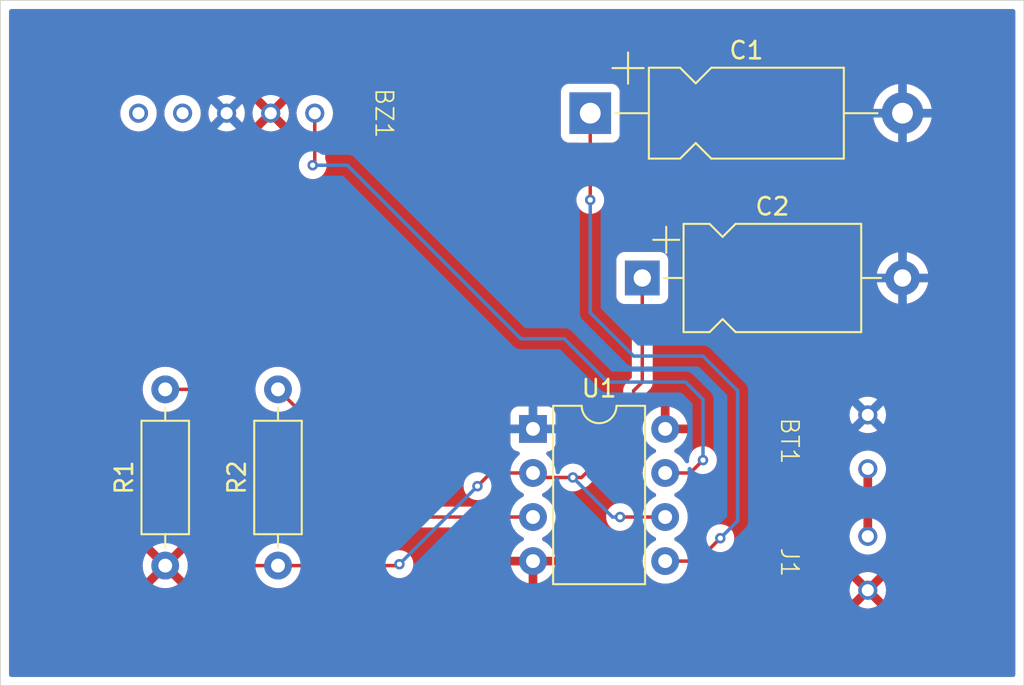
<source format=kicad_pcb>
(kicad_pcb (version 20240108) (generator "pcbnew") (generator_version "8.0")
  (layers (0 "F.Cu" signal) (31 "B.Cu" signal) (34 "B.Paste" user) (35 "F.Paste" user) (36 "B.SilkS" user "B.Silkscreen") (37 "F.SilkS" user "F.Silkscreen") (38 "B.Mask" user) (39 "F.Mask" user) (44 "Edge.Cuts" user))
  (net 0 "")
  (net 1 "Net-(U1-CV)")
  (net 2 "GND")
  (net 3 "Net-(U1-THR)")
  (net 4 "Net-(BZ1-5V)")
  (net 5 "Net-(U1-Q)")
  (net 6 "Net-(BZ1-Aux)")
  (net 7 "5V")
  (footprint "Package_DIP:DIP-8_W7.62mm" (layer "F.Cu") (at 141.2 90.7)
    (property "Reference" "U1" (at 3.81 -2.33 0) (layer "F.SilkS"))
    (property "Value" "NE555P")
    (fp_line (start 1.16 -1.33) (end 1.16 8.95) (stroke (width 0.12)) (layer "F.SilkS"))
    (fp_line (start 1.16 8.95) (end 6.46 8.95) (stroke (width 0.12)) (layer "F.SilkS"))
    (fp_line (start 2.81 -1.33) (end 1.16 -1.33) (stroke (width 0.12)) (layer "F.SilkS"))
    (fp_line (start 6.46 -1.33) (end 4.81 -1.33) (stroke (width 0.12)) (layer "F.SilkS"))
    (fp_line (start 6.46 8.95) (end 6.46 -1.33) (stroke (width 0.12)) (layer "F.SilkS"))
    (fp_arc (start 4.81 -1.33) (mid 3.81 -0.33) (end 2.81 -1.33) (stroke (width 0.12)) (layer "F.SilkS"))
    (pad "1" thru_hole rect (at 0 0) (size 1.6 1.6) (drill 0.8) (layers "*.Cu" "*.Mask") (net 2 "GND"))
    (pad "2" thru_hole oval (at 0 2.54) (size 1.6 1.6) (drill 0.8) (layers "*.Cu" "*.Mask") (net 3 "Net-(U1-THR)"))
    (pad "3" thru_hole oval (at 0 5.08) (size 1.6 1.6) (drill 0.8) (layers "*.Cu" "*.Mask") (net 5 "Net-(U1-Q)"))
    (pad "4" thru_hole oval (at 0 7.62) (size 1.6 1.6) (drill 0.8) (layers "*.Cu" "*.Mask") (net 4 "Net-(BZ1-5V)"))
    (pad "5" thru_hole oval (at 7.62 7.62) (size 1.6 1.6) (drill 0.8) (layers "*.Cu" "*.Mask") (net 1 "Net-(U1-CV)"))
    (pad "6" thru_hole oval (at 7.62 5.08) (size 1.6 1.6) (drill 0.8) (layers "*.Cu" "*.Mask") (net 3 "Net-(U1-THR)"))
    (pad "7" thru_hole oval (at 7.62 2.54) (size 1.6 1.6) (drill 0.8) (layers "*.Cu" "*.Mask") (net 6 "Net-(BZ1-Aux)"))
    (pad "8" thru_hole oval (at 7.62 0) (size 1.6 1.6) (drill 0.8) (layers "*.Cu" "*.Mask") (net 4 "Net-(BZ1-5V)"))
  )
  (footprint "Capacitor_THT:CP_Axial_L10.0mm_D6.0mm_P15.00mm_Horizontal" (layer "F.Cu") (at 147.5 82)
    (property "Reference" "C2" (at 7.5 -4.12 0) (layer "F.SilkS"))
    (property "Value" "1 μF")
    (fp_line (start 0.63 -2.2) (end 2.13 -2.2) (stroke (width 0.12)) (layer "F.SilkS"))
    (fp_line (start 1.24 0) (end 2.38 0) (stroke (width 0.12)) (layer "F.SilkS"))
    (fp_line (start 1.38 -2.95) (end 1.38 -1.45) (stroke (width 0.12)) (layer "F.SilkS"))
    (fp_line (start 2.38 -3.12) (end 2.38 3.12) (stroke (width 0.12)) (layer "F.SilkS"))
    (fp_line (start 2.38 -3.12) (end 3.88 -3.12) (stroke (width 0.12)) (layer "F.SilkS"))
    (fp_line (start 2.38 3.12) (end 3.88 3.12) (stroke (width 0.12)) (layer "F.SilkS"))
    (fp_line (start 3.88 -3.12) (end 4.63 -2.37) (stroke (width 0.12)) (layer "F.SilkS"))
    (fp_line (start 3.88 3.12) (end 4.63 2.37) (stroke (width 0.12)) (layer "F.SilkS"))
    (fp_line (start 4.63 -2.37) (end 5.38 -3.12) (stroke (width 0.12)) (layer "F.SilkS"))
    (fp_line (start 4.63 2.37) (end 5.38 3.12) (stroke (width 0.12)) (layer "F.SilkS"))
    (fp_line (start 5.38 -3.12) (end 12.62 -3.12) (stroke (width 0.12)) (layer "F.SilkS"))
    (fp_line (start 5.38 3.12) (end 12.62 3.12) (stroke (width 0.12)) (layer "F.SilkS"))
    (fp_line (start 12.62 -3.12) (end 12.62 3.12) (stroke (width 0.12)) (layer "F.SilkS"))
    (fp_line (start 13.76 0) (end 12.62 0) (stroke (width 0.12)) (layer "F.SilkS"))
    (pad "1" thru_hole rect (at 0 0) (size 2 2) (drill 1) (layers "*.Cu" "*.Mask") (net 3 "Net-(U1-THR)"))
    (pad "2" thru_hole oval (at 15 0) (size 2 2) (drill 1) (layers "*.Cu" "*.Mask") (net 2 "GND"))
  )
  (footprint "" (layer "F.Cu") (at 160.5 89.8925)
    (property "Reference" "" (at 0 0 0) (layer "F.SilkS") (effects (font (size 1.27 1.27))))
    (property "Value" "")
    (pad "2" thru_hole circle (at 0 0) (size 1.1 1.1) (drill 0.7) (layers "*.Cu" "*.Mask") (net 2 "GND"))
  )
  (footprint "" (layer "F.Cu") (at 160.5 96.8925)
    (property "Reference" "" (at -1 -2.5 0) (layer "F.SilkS") (effects (font (size 1.27 1.27))))
    (property "Value" "")
    (pad "1" thru_hole circle (at 0 0) (size 1.1 1.1) (drill 0.7) (layers "*.Cu" "*.Mask") (net 7 "5V"))
  )
  (footprint "Resistor_THT:R_Axial_DIN0207_L6.3mm_D2.5mm_P10.16mm_Horizontal" (layer "F.Cu") (at 126.5 98.58 90)
    (property "Reference" "R2" (at 5.08 -2.37 90) (layer "F.SilkS"))
    (property "Value" "2.2 KΩ")
    (fp_line (start 8.35 -1.37) (end 1.81 -1.37) (stroke (width 0.12)) (layer "F.SilkS"))
    (fp_line (start 1.81 -1.37) (end 1.81 1.37) (stroke (width 0.12)) (layer "F.SilkS"))
    (fp_line (start 9.12 0) (end 8.35 0) (stroke (width 0.12)) (layer "F.SilkS"))
    (fp_line (start 1.04 0) (end 1.81 0) (stroke (width 0.12)) (layer "F.SilkS"))
    (fp_line (start 8.35 1.37) (end 8.35 -1.37) (stroke (width 0.12)) (layer "F.SilkS"))
    (fp_line (start 1.81 1.37) (end 8.35 1.37) (stroke (width 0.12)) (layer "F.SilkS"))
    (pad "1" thru_hole circle (at 0 0 90) (size 1.6 1.6) (drill 0.8) (layers "*.Cu" "*.Mask") (net 3 "Net-(U1-THR)"))
    (pad "2" thru_hole oval (at 10.16 0 90) (size 1.6 1.6) (drill 0.8) (layers "*.Cu" "*.Mask") (net 5 "Net-(U1-Q)"))
  )
  (footprint "Capacitor_THT:CP_Axial_L11.0mm_D5.0mm_P18.00mm_Horizontal" (layer "F.Cu") (at 144.5 72.5)
    (property "Reference" "C1" (at 9 -3.62 0) (layer "F.SilkS"))
    (property "Value" "0.01 μF")
    (fp_line (start 1.28 -2.6) (end 3.08 -2.6) (stroke (width 0.12)) (layer "F.SilkS"))
    (fp_line (start 1.44 0) (end 3.38 0) (stroke (width 0.12)) (layer "F.SilkS"))
    (fp_line (start 2.18 -3.5) (end 2.18 -1.7) (stroke (width 0.12)) (layer "F.SilkS"))
    (fp_line (start 3.38 -2.62) (end 3.38 2.62) (stroke (width 0.12)) (layer "F.SilkS"))
    (fp_line (start 3.38 -2.62) (end 5.18 -2.62) (stroke (width 0.12)) (layer "F.SilkS"))
    (fp_line (start 3.38 2.62) (end 5.18 2.62) (stroke (width 0.12)) (layer "F.SilkS"))
    (fp_line (start 5.18 -2.62) (end 6.08 -1.72) (stroke (width 0.12)) (layer "F.SilkS"))
    (fp_line (start 5.18 2.62) (end 6.08 1.72) (stroke (width 0.12)) (layer "F.SilkS"))
    (fp_line (start 6.08 -1.72) (end 6.98 -2.62) (stroke (width 0.12)) (layer "F.SilkS"))
    (fp_line (start 6.08 1.72) (end 6.98 2.62) (stroke (width 0.12)) (layer "F.SilkS"))
    (fp_line (start 6.98 -2.62) (end 14.62 -2.62) (stroke (width 0.12)) (layer "F.SilkS"))
    (fp_line (start 6.98 2.62) (end 14.62 2.62) (stroke (width 0.12)) (layer "F.SilkS"))
    (fp_line (start 14.62 -2.62) (end 14.62 2.62) (stroke (width 0.12)) (layer "F.SilkS"))
    (fp_line (start 16.56 0) (end 14.62 0) (stroke (width 0.12)) (layer "F.SilkS"))
    (pad "1" thru_hole rect (at 0 0) (size 2.4 2.4) (drill 1.2) (layers "*.Cu" "*.Mask") (net 1 "Net-(U1-CV)"))
    (pad "2" thru_hole oval (at 18 0) (size 2.4 2.4) (drill 1.2) (layers "*.Cu" "*.Mask") (net 2 "GND"))
  )
  (footprint "" (layer "F.Cu") (at 160.5 100)
    (property "Reference" "" (at -1 -2.5 0) (layer "F.SilkS") (effects (font (size 1.27 1.27))))
    (property "Value" "")
    (pad "2" thru_hole circle (at 0 0) (size 1.1 1.1) (drill 0.7) (layers "*.Cu" "*.Mask") (net 4 "Net-(BZ1-5V)"))
  )
  (footprint "mylibrary:Buzzer_Connection" (layer "F.Cu") (at 123.54 72.5 -90)
    (property "Reference" "BZ1" (at 0 -9.08 -90) (layer "F.SilkS") (effects (font (thickness 0.1))))
    (property "Value" "Buzzer")
    (pad "1" thru_hole circle (at 0 -5.08 270) (size 1.1 1.1) (drill 0.7) (layers "*.Cu" "*.Mask") (net 6 "Net-(BZ1-Aux)"))
    (pad "2" thru_hole circle (at 0 -2.54 270) (size 1.1 1.1) (drill 0.7) (layers "*.Cu" "*.Mask") (net 4 "Net-(BZ1-5V)"))
    (pad "3" thru_hole circle (at 0 0 270) (size 1.1 1.1) (drill 0.7) (layers "*.Cu" "*.Mask") (net 2 "GND"))
    (pad "4" thru_hole circle (at 0 2.54 270) (size 1.1 1.1) (drill 0.7) (layers "*.Cu" "*.Mask"))
    (pad "5" thru_hole circle (at 0 5.08 270) (size 1.1 1.1) (drill 0.7) (layers "*.Cu" "*.Mask"))
  )
  (footprint "" (layer "F.Cu") (at 160.5 93)
    (property "Reference" "" (at 1 1.5 0) (layer "F.SilkS") (effects (font (size 1.27 1.27))))
    (property "Value" "")
    (pad "1" thru_hole circle (at 0 0) (size 1.1 1.1) (drill 0.7) (layers "*.Cu" "*.Mask") (net 7 "5V"))
  )
  (footprint "Resistor_THT:R_Axial_DIN0207_L6.3mm_D2.5mm_P10.16mm_Horizontal" (layer "F.Cu") (at 120 98.58 90)
    (property "Reference" "R1" (at 5.08 -2.37 90) (layer "F.SilkS"))
    (property "Value" "100 KΩ")
    (fp_line (start 8.35 -1.37) (end 1.81 -1.37) (stroke (width 0.12)) (layer "F.SilkS"))
    (fp_line (start 1.81 -1.37) (end 1.81 1.37) (stroke (width 0.12)) (layer "F.SilkS"))
    (fp_line (start 9.12 0) (end 8.35 0) (stroke (width 0.12)) (layer "F.SilkS"))
    (fp_line (start 1.04 0) (end 1.81 0) (stroke (width 0.12)) (layer "F.SilkS"))
    (fp_line (start 8.35 1.37) (end 8.35 -1.37) (stroke (width 0.12)) (layer "F.SilkS"))
    (fp_line (start 1.81 1.37) (end 8.35 1.37) (stroke (width 0.12)) (layer "F.SilkS"))
    (pad "1" thru_hole circle (at 0 0 90) (size 1.6 1.6) (drill 0.8) (layers "*.Cu" "*.Mask") (net 4 "Net-(BZ1-5V)"))
    (pad "2" thru_hole oval (at 10.16 0 90) (size 1.6 1.6) (drill 0.8) (layers "*.Cu" "*.Mask") (net 3 "Net-(U1-THR)"))
  )
  (gr_rect (start 110.5 66) (end 169.5 105.5) (stroke (width 0.05)) (fill none) (layer "Edge.Cuts"))
  (gr_text "J1" (at 156 98.3925 270) (layer "F.SilkS") (effects (font (size 1 1) (thickness 0.1))))
  (gr_text "BT1" (at 156 91.3925 270) (layer "F.SilkS") (effects (font (size 1 1) (thickness 0.1))))
  (segment (start 144.5 72.5) (end 144.5 77.5) (width 0.2) (layer "F.Cu") (net 1))
  (segment (start 152 97) (end 150.68 98.32) (width 0.2) (layer "F.Cu") (net 1))
  (segment (start 150.68 98.32) (end 148.82 98.32) (width 0.2) (layer "F.Cu") (net 1))
  (via (at 144.5 77.5) (size 0.6) (drill 0.3) (layers "F.Cu" "B.Cu") (net 1))
  (via (at 152 97) (size 0.6) (drill 0.3) (layers "F.Cu" "B.Cu") (net 1))
  (segment (start 144.5 84) (end 144.5 77.5) (width 0.2) (layer "B.Cu") (net 1))
  (segment (start 153 88.5) (end 151 86.5) (width 0.2) (layer "B.Cu") (net 1))
  (segment (start 151 86.5) (end 147 86.5) (width 0.2) (layer "B.Cu") (net 1))
  (segment (start 152 97) (end 153 96) (width 0.2) (layer "B.Cu") (net 1))
  (segment (start 153 96) (end 153 88.5) (width 0.2) (layer "B.Cu") (net 1))
  (segment (start 147 86.5) (end 144.5 84) (width 0.2) (layer "B.Cu") (net 1))
  (segment (start 143.5 93.5) (end 141.5 93.5) (width 0.2) (layer "F.Cu") (net 3))
  (segment (start 120 88.42) (end 121.92 88.42) (width 0.2) (layer "F.Cu") (net 3))
  (segment (start 143.5 93.5) (end 144 93.5) (width 0.2) (layer "F.Cu") (net 3))
  (segment (start 123 97) (end 124.58 98.58) (width 0.2) (layer "F.Cu") (net 3))
  (segment (start 141.5 93.5) (end 141.24 93.24) (width 0.2) (layer "F.Cu") (net 3))
  (segment (start 138.76 93.24) (end 141.2 93.24) (width 0.2) (layer "F.Cu") (net 3))
  (segment (start 147.5 88) (end 147.5 82) (width 0.2) (layer "F.Cu") (net 3))
  (segment (start 146.22 95.78) (end 148.82 95.78) (width 0.2) (layer "F.Cu") (net 3))
  (segment (start 123 89.5) (end 123 97) (width 0.2) (layer "F.Cu") (net 3))
  (segment (start 133.42 98.58) (end 133.5 98.5) (width 0.2) (layer "F.Cu") (net 3))
  (segment (start 126.5 98.58) (end 133.42 98.58) (width 0.2) (layer "F.Cu") (net 3))
  (segment (start 147 90.5) (end 147 88.5) (width 0.2) (layer "F.Cu") (net 3))
  (segment (start 147 88.5) (end 147.5 88) (width 0.2) (layer "F.Cu") (net 3))
  (segment (start 124.58 98.58) (end 126.5 98.58) (width 0.2) (layer "F.Cu") (net 3))
  (segment (start 121.92 88.42) (end 123 89.5) (width 0.2) (layer "F.Cu") (net 3))
  (segment (start 144 93.5) (end 147 90.5) (width 0.2) (layer "F.Cu") (net 3))
  (segment (start 138 94) (end 138.76 93.24) (width 0.2) (layer "F.Cu") (net 3))
  (segment (start 141.24 93.24) (end 141.2 93.24) (width 0.2) (layer "F.Cu") (net 3))
  (via (at 138 94) (size 0.6) (drill 0.3) (layers "F.Cu" "B.Cu") (net 3))
  (via (at 133.5 98.5) (size 0.6) (drill 0.3) (layers "F.Cu" "B.Cu") (net 3))
  (via (at 143.5 93.5) (size 0.6) (drill 0.3) (layers "F.Cu" "B.Cu") (net 3))
  (via (at 146.22 95.78) (size 0.6) (drill 0.3) (layers "F.Cu" "B.Cu") (net 3))
  (segment (start 145.78 95.78) (end 146.22 95.78) (width 0.2) (layer "B.Cu") (net 3))
  (segment (start 143.5 93.5) (end 145.78 95.78) (width 0.2) (layer "B.Cu") (net 3))
  (segment (start 133.5 98.5) (end 138 94) (width 0.2) (layer "B.Cu") (net 3))
  (segment (start 126.08 72.5) (end 126.345 72.5) (width 0.25) (layer "F.Cu") (net 4))
  (segment (start 141.2 95.78) (end 133.86 95.78) (width 0.2) (layer "F.Cu") (net 5))
  (segment (start 133.86 95.78) (end 126.5 88.42) (width 0.2) (layer "F.Cu") (net 5))
  (segment (start 128.62 75.38) (end 128.62 72.5) (width 0.2) (layer "F.Cu") (net 6))
  (segment (start 151 92.5) (end 150.76 92.74) (width 0.2) (layer "F.Cu") (net 6))
  (segment (start 151 92.5) (end 150.26 93.24) (width 0.2) (layer "F.Cu") (net 6))
  (segment (start 128.5 75.5) (end 128.62 75.38) (width 0.2) (layer "F.Cu") (net 6))
  (segment (start 150.26 93.24) (end 148.82 93.24) (width 0.2) (layer "F.Cu") (net 6))
  (via (at 128.5 75.5) (size 0.6) (drill 0.3) (layers "F.Cu" "B.Cu") (net 6))
  (via (at 151 92.5) (size 0.6) (drill 0.3) (layers "F.Cu" "B.Cu") (net 6))
  (segment (start 130.5 75.5) (end 128.5 75.5) (width 0.2) (layer "B.Cu") (net 6))
  (segment (start 151 92.5) (end 151 89) (width 0.2) (layer "B.Cu") (net 6))
  (segment (start 140.5 85.5) (end 130.5 75.5) (width 0.2) (layer "B.Cu") (net 6))
  (segment (start 150 88) (end 145.5 88) (width 0.2) (layer "B.Cu") (net 6))
  (segment (start 151 89) (end 150 88) (width 0.2) (layer "B.Cu") (net 6))
  (segment (start 145.5 88) (end 143 85.5) (width 0.2) (layer "B.Cu") (net 6))
  (segment (start 143 85.5) (end 140.5 85.5) (width 0.2) (layer "B.Cu") (net 6))
  (segment (start 160.5 93) (end 160.5 96.8925) (width 0.5) (layer "F.Cu") (net 7))
  (zone (net 4) (net_name "Net-(BZ1-5V)") (layer "F.Cu") (priority 1) (connect_pads (clearance 0.5)) (min_thickness 0.25) (fill yes (thermal_gap 0.5) (thermal_bridge_width 0.5))
    (polygon (pts (xy 169.5 105.5) (xy 110.5 105.5) (xy 110.5 66) (xy 169.5 66)))
  )
  (zone (net 2) (net_name "GND") (layer "B.Cu") (priority 1) (connect_pads (clearance 0.5)) (min_thickness 0.25) (fill yes (thermal_gap 0.5) (thermal_bridge_width 0.5))
    (polygon (pts (xy 169.5 105.5) (xy 110.5 105.5) (xy 110.5 66) (xy 169.5 66)))
  )
)
</source>
